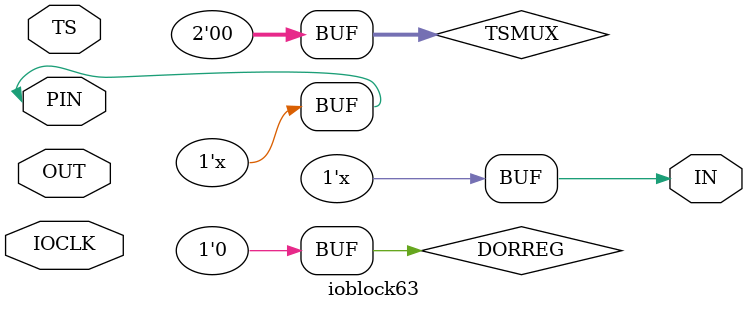
<source format=v>
module ioblock63(
	       inout  PIN,
	       input  TS,
	       input  OUT,
	       output IN,
	       input IOCLK
	       );
   
   reg 		     D;
   reg [2-1:0] 	     TSMUX;
   reg 		     DORREG;

   assign PIN = ( TSMUX == 2'b00 ) ? 1'bz : (( TSMUX == 2'b01 && TS == 1'b1 ) ? OUT : (( TSMUX == 2'b01 && TS == 1'b0 ) ? 1'bz : OUT));
   assign IN  = ( DORREG == 1'b0 ) ? PIN  : D;
   
   initial
     begin
	D=1'b0;
	TSMUX=2'b00;
	DORREG=1'b0;
     end
   
   always @(posedge IOCLK) D=PIN;
   
endmodule       

</source>
